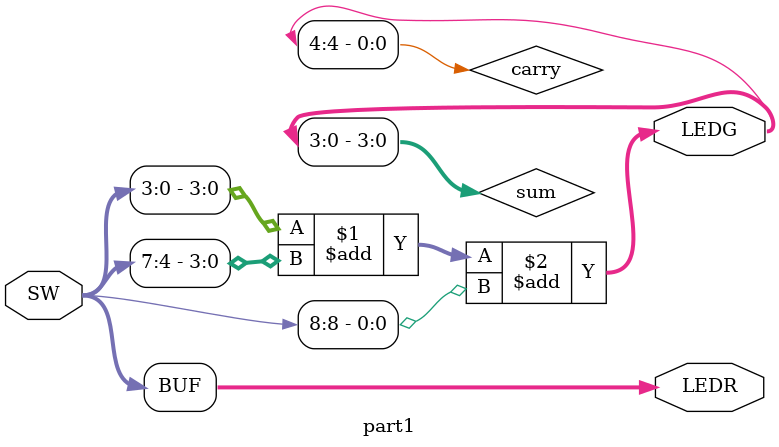
<source format=v>
module part1(SW, LEDG, LEDR);
	input [8:0] SW;
	output [4:0] LEDG;
	output [8:0] LEDR;
	
	wire [3:0] sum;
	wire carry;
	
	assign {carry, sum} = SW[3:0] + SW[7:4] + SW[8];
	assign LEDG[3:0] = sum;
	assign LEDG[4] = carry;
	assign LEDR = SW;
	
endmodule

</source>
